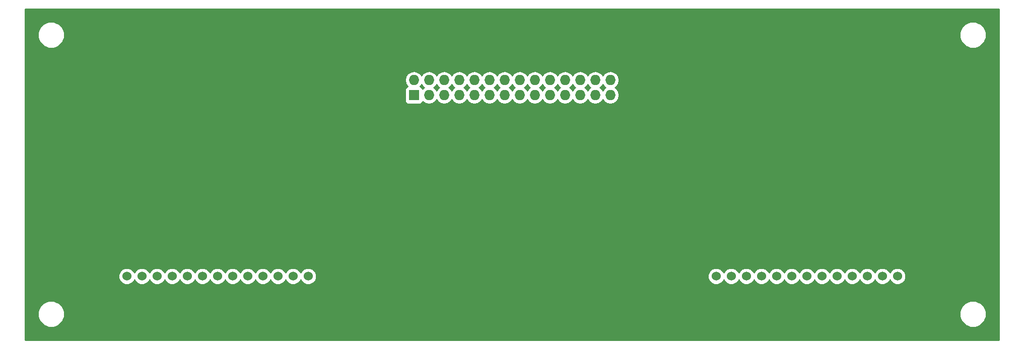
<source format=gtl>
G04 #@! TF.FileFunction,Copper,L1,Top,Signal*
%FSLAX46Y46*%
G04 Gerber Fmt 4.6, Leading zero omitted, Abs format (unit mm)*
G04 Created by KiCad (PCBNEW 4.0.4-stable) date 11/06/16 19:23:54*
%MOMM*%
%LPD*%
G01*
G04 APERTURE LIST*
%ADD10C,0.100000*%
%ADD11C,1.524000*%
%ADD12R,1.727200X1.727200*%
%ADD13O,1.727200X1.727200*%
%ADD14C,0.254000*%
G04 APERTURE END LIST*
D10*
D11*
X83820000Y-121920000D03*
X86360000Y-121920000D03*
X88900000Y-121920000D03*
X91440000Y-121920000D03*
X93980000Y-121920000D03*
X96520000Y-121920000D03*
X99060000Y-121920000D03*
X101600000Y-121920000D03*
X104140000Y-121920000D03*
X106680000Y-121920000D03*
X109220000Y-121920000D03*
X111760000Y-121920000D03*
X114300000Y-121920000D03*
X182880000Y-121920000D03*
X185420000Y-121920000D03*
X187960000Y-121920000D03*
X190500000Y-121920000D03*
X193040000Y-121920000D03*
X195580000Y-121920000D03*
X198120000Y-121920000D03*
X200660000Y-121920000D03*
X203200000Y-121920000D03*
X205740000Y-121920000D03*
X208280000Y-121920000D03*
X210820000Y-121920000D03*
X213360000Y-121920000D03*
D12*
X132080000Y-91440000D03*
D13*
X132080000Y-88900000D03*
X134620000Y-91440000D03*
X134620000Y-88900000D03*
X137160000Y-91440000D03*
X137160000Y-88900000D03*
X139700000Y-91440000D03*
X139700000Y-88900000D03*
X142240000Y-91440000D03*
X142240000Y-88900000D03*
X144780000Y-91440000D03*
X144780000Y-88900000D03*
X147320000Y-91440000D03*
X147320000Y-88900000D03*
X149860000Y-91440000D03*
X149860000Y-88900000D03*
X152400000Y-91440000D03*
X152400000Y-88900000D03*
X154940000Y-91440000D03*
X154940000Y-88900000D03*
X157480000Y-91440000D03*
X157480000Y-88900000D03*
X160020000Y-91440000D03*
X160020000Y-88900000D03*
X162560000Y-91440000D03*
X162560000Y-88900000D03*
X165100000Y-91440000D03*
X165100000Y-88900000D03*
D14*
G36*
X230430000Y-132640000D02*
X66750000Y-132640000D01*
X66750000Y-127862346D01*
X68877974Y-127862346D01*
X68884984Y-128287425D01*
X68884613Y-128712619D01*
X68892303Y-128731230D01*
X68892635Y-128751363D01*
X69204640Y-129504610D01*
X69213845Y-129509420D01*
X69224155Y-129534372D01*
X69852321Y-130163636D01*
X69880057Y-130175153D01*
X69885390Y-130185360D01*
X70280797Y-130341554D01*
X70673481Y-130504611D01*
X70693619Y-130504629D01*
X70712346Y-130512026D01*
X71137425Y-130505016D01*
X71562619Y-130505387D01*
X71581230Y-130497697D01*
X71601363Y-130497365D01*
X72354610Y-130185360D01*
X72359420Y-130176155D01*
X72384372Y-130165845D01*
X73013636Y-129537679D01*
X73025153Y-129509943D01*
X73035360Y-129504610D01*
X73191554Y-129109203D01*
X73354611Y-128716519D01*
X73354629Y-128696381D01*
X73362026Y-128677654D01*
X73355016Y-128252575D01*
X73355356Y-127862346D01*
X223817974Y-127862346D01*
X223824984Y-128287425D01*
X223824613Y-128712619D01*
X223832303Y-128731230D01*
X223832635Y-128751363D01*
X224144640Y-129504610D01*
X224153845Y-129509420D01*
X224164155Y-129534372D01*
X224792321Y-130163636D01*
X224820057Y-130175153D01*
X224825390Y-130185360D01*
X225220797Y-130341554D01*
X225613481Y-130504611D01*
X225633619Y-130504629D01*
X225652346Y-130512026D01*
X226077425Y-130505016D01*
X226502619Y-130505387D01*
X226521230Y-130497697D01*
X226541363Y-130497365D01*
X227294610Y-130185360D01*
X227299420Y-130176155D01*
X227324372Y-130165845D01*
X227953636Y-129537679D01*
X227965153Y-129509943D01*
X227975360Y-129504610D01*
X228131554Y-129109203D01*
X228294611Y-128716519D01*
X228294629Y-128696381D01*
X228302026Y-128677654D01*
X228295016Y-128252575D01*
X228295387Y-127827381D01*
X228287697Y-127808770D01*
X228287365Y-127788637D01*
X227975360Y-127035390D01*
X227966155Y-127030580D01*
X227955845Y-127005628D01*
X227327679Y-126376364D01*
X227299943Y-126364847D01*
X227294610Y-126354640D01*
X226899203Y-126198446D01*
X226506519Y-126035389D01*
X226486381Y-126035371D01*
X226467654Y-126027974D01*
X226042575Y-126034984D01*
X225617381Y-126034613D01*
X225598770Y-126042303D01*
X225578637Y-126042635D01*
X224825390Y-126354640D01*
X224820580Y-126363845D01*
X224795628Y-126374155D01*
X224166364Y-127002321D01*
X224154847Y-127030057D01*
X224144640Y-127035390D01*
X223988446Y-127430797D01*
X223825389Y-127823481D01*
X223825371Y-127843619D01*
X223817974Y-127862346D01*
X73355356Y-127862346D01*
X73355387Y-127827381D01*
X73347697Y-127808770D01*
X73347365Y-127788637D01*
X73035360Y-127035390D01*
X73026155Y-127030580D01*
X73015845Y-127005628D01*
X72387679Y-126376364D01*
X72359943Y-126364847D01*
X72354610Y-126354640D01*
X71959203Y-126198446D01*
X71566519Y-126035389D01*
X71546381Y-126035371D01*
X71527654Y-126027974D01*
X71102575Y-126034984D01*
X70677381Y-126034613D01*
X70658770Y-126042303D01*
X70638637Y-126042635D01*
X69885390Y-126354640D01*
X69880580Y-126363845D01*
X69855628Y-126374155D01*
X69226364Y-127002321D01*
X69214847Y-127030057D01*
X69204640Y-127035390D01*
X69048446Y-127430797D01*
X68885389Y-127823481D01*
X68885371Y-127843619D01*
X68877974Y-127862346D01*
X66750000Y-127862346D01*
X66750000Y-122196661D01*
X82422758Y-122196661D01*
X82634990Y-122710303D01*
X83027630Y-123103629D01*
X83540900Y-123316757D01*
X84096661Y-123317242D01*
X84610303Y-123105010D01*
X85003629Y-122712370D01*
X85089949Y-122504488D01*
X85174990Y-122710303D01*
X85567630Y-123103629D01*
X86080900Y-123316757D01*
X86636661Y-123317242D01*
X87150303Y-123105010D01*
X87543629Y-122712370D01*
X87629949Y-122504488D01*
X87714990Y-122710303D01*
X88107630Y-123103629D01*
X88620900Y-123316757D01*
X89176661Y-123317242D01*
X89690303Y-123105010D01*
X90083629Y-122712370D01*
X90169949Y-122504488D01*
X90254990Y-122710303D01*
X90647630Y-123103629D01*
X91160900Y-123316757D01*
X91716661Y-123317242D01*
X92230303Y-123105010D01*
X92623629Y-122712370D01*
X92709949Y-122504488D01*
X92794990Y-122710303D01*
X93187630Y-123103629D01*
X93700900Y-123316757D01*
X94256661Y-123317242D01*
X94770303Y-123105010D01*
X95163629Y-122712370D01*
X95249949Y-122504488D01*
X95334990Y-122710303D01*
X95727630Y-123103629D01*
X96240900Y-123316757D01*
X96796661Y-123317242D01*
X97310303Y-123105010D01*
X97703629Y-122712370D01*
X97789949Y-122504488D01*
X97874990Y-122710303D01*
X98267630Y-123103629D01*
X98780900Y-123316757D01*
X99336661Y-123317242D01*
X99850303Y-123105010D01*
X100243629Y-122712370D01*
X100329949Y-122504488D01*
X100414990Y-122710303D01*
X100807630Y-123103629D01*
X101320900Y-123316757D01*
X101876661Y-123317242D01*
X102390303Y-123105010D01*
X102783629Y-122712370D01*
X102869949Y-122504488D01*
X102954990Y-122710303D01*
X103347630Y-123103629D01*
X103860900Y-123316757D01*
X104416661Y-123317242D01*
X104930303Y-123105010D01*
X105323629Y-122712370D01*
X105409949Y-122504488D01*
X105494990Y-122710303D01*
X105887630Y-123103629D01*
X106400900Y-123316757D01*
X106956661Y-123317242D01*
X107470303Y-123105010D01*
X107863629Y-122712370D01*
X107949949Y-122504488D01*
X108034990Y-122710303D01*
X108427630Y-123103629D01*
X108940900Y-123316757D01*
X109496661Y-123317242D01*
X110010303Y-123105010D01*
X110403629Y-122712370D01*
X110489949Y-122504488D01*
X110574990Y-122710303D01*
X110967630Y-123103629D01*
X111480900Y-123316757D01*
X112036661Y-123317242D01*
X112550303Y-123105010D01*
X112943629Y-122712370D01*
X113029949Y-122504488D01*
X113114990Y-122710303D01*
X113507630Y-123103629D01*
X114020900Y-123316757D01*
X114576661Y-123317242D01*
X115090303Y-123105010D01*
X115483629Y-122712370D01*
X115696757Y-122199100D01*
X115696759Y-122196661D01*
X181482758Y-122196661D01*
X181694990Y-122710303D01*
X182087630Y-123103629D01*
X182600900Y-123316757D01*
X183156661Y-123317242D01*
X183670303Y-123105010D01*
X184063629Y-122712370D01*
X184149949Y-122504488D01*
X184234990Y-122710303D01*
X184627630Y-123103629D01*
X185140900Y-123316757D01*
X185696661Y-123317242D01*
X186210303Y-123105010D01*
X186603629Y-122712370D01*
X186689949Y-122504488D01*
X186774990Y-122710303D01*
X187167630Y-123103629D01*
X187680900Y-123316757D01*
X188236661Y-123317242D01*
X188750303Y-123105010D01*
X189143629Y-122712370D01*
X189229949Y-122504488D01*
X189314990Y-122710303D01*
X189707630Y-123103629D01*
X190220900Y-123316757D01*
X190776661Y-123317242D01*
X191290303Y-123105010D01*
X191683629Y-122712370D01*
X191769949Y-122504488D01*
X191854990Y-122710303D01*
X192247630Y-123103629D01*
X192760900Y-123316757D01*
X193316661Y-123317242D01*
X193830303Y-123105010D01*
X194223629Y-122712370D01*
X194309949Y-122504488D01*
X194394990Y-122710303D01*
X194787630Y-123103629D01*
X195300900Y-123316757D01*
X195856661Y-123317242D01*
X196370303Y-123105010D01*
X196763629Y-122712370D01*
X196849949Y-122504488D01*
X196934990Y-122710303D01*
X197327630Y-123103629D01*
X197840900Y-123316757D01*
X198396661Y-123317242D01*
X198910303Y-123105010D01*
X199303629Y-122712370D01*
X199389949Y-122504488D01*
X199474990Y-122710303D01*
X199867630Y-123103629D01*
X200380900Y-123316757D01*
X200936661Y-123317242D01*
X201450303Y-123105010D01*
X201843629Y-122712370D01*
X201929949Y-122504488D01*
X202014990Y-122710303D01*
X202407630Y-123103629D01*
X202920900Y-123316757D01*
X203476661Y-123317242D01*
X203990303Y-123105010D01*
X204383629Y-122712370D01*
X204469949Y-122504488D01*
X204554990Y-122710303D01*
X204947630Y-123103629D01*
X205460900Y-123316757D01*
X206016661Y-123317242D01*
X206530303Y-123105010D01*
X206923629Y-122712370D01*
X207009949Y-122504488D01*
X207094990Y-122710303D01*
X207487630Y-123103629D01*
X208000900Y-123316757D01*
X208556661Y-123317242D01*
X209070303Y-123105010D01*
X209463629Y-122712370D01*
X209549949Y-122504488D01*
X209634990Y-122710303D01*
X210027630Y-123103629D01*
X210540900Y-123316757D01*
X211096661Y-123317242D01*
X211610303Y-123105010D01*
X212003629Y-122712370D01*
X212089949Y-122504488D01*
X212174990Y-122710303D01*
X212567630Y-123103629D01*
X213080900Y-123316757D01*
X213636661Y-123317242D01*
X214150303Y-123105010D01*
X214543629Y-122712370D01*
X214756757Y-122199100D01*
X214757242Y-121643339D01*
X214545010Y-121129697D01*
X214152370Y-120736371D01*
X213639100Y-120523243D01*
X213083339Y-120522758D01*
X212569697Y-120734990D01*
X212176371Y-121127630D01*
X212090051Y-121335512D01*
X212005010Y-121129697D01*
X211612370Y-120736371D01*
X211099100Y-120523243D01*
X210543339Y-120522758D01*
X210029697Y-120734990D01*
X209636371Y-121127630D01*
X209550051Y-121335512D01*
X209465010Y-121129697D01*
X209072370Y-120736371D01*
X208559100Y-120523243D01*
X208003339Y-120522758D01*
X207489697Y-120734990D01*
X207096371Y-121127630D01*
X207010051Y-121335512D01*
X206925010Y-121129697D01*
X206532370Y-120736371D01*
X206019100Y-120523243D01*
X205463339Y-120522758D01*
X204949697Y-120734990D01*
X204556371Y-121127630D01*
X204470051Y-121335512D01*
X204385010Y-121129697D01*
X203992370Y-120736371D01*
X203479100Y-120523243D01*
X202923339Y-120522758D01*
X202409697Y-120734990D01*
X202016371Y-121127630D01*
X201930051Y-121335512D01*
X201845010Y-121129697D01*
X201452370Y-120736371D01*
X200939100Y-120523243D01*
X200383339Y-120522758D01*
X199869697Y-120734990D01*
X199476371Y-121127630D01*
X199390051Y-121335512D01*
X199305010Y-121129697D01*
X198912370Y-120736371D01*
X198399100Y-120523243D01*
X197843339Y-120522758D01*
X197329697Y-120734990D01*
X196936371Y-121127630D01*
X196850051Y-121335512D01*
X196765010Y-121129697D01*
X196372370Y-120736371D01*
X195859100Y-120523243D01*
X195303339Y-120522758D01*
X194789697Y-120734990D01*
X194396371Y-121127630D01*
X194310051Y-121335512D01*
X194225010Y-121129697D01*
X193832370Y-120736371D01*
X193319100Y-120523243D01*
X192763339Y-120522758D01*
X192249697Y-120734990D01*
X191856371Y-121127630D01*
X191770051Y-121335512D01*
X191685010Y-121129697D01*
X191292370Y-120736371D01*
X190779100Y-120523243D01*
X190223339Y-120522758D01*
X189709697Y-120734990D01*
X189316371Y-121127630D01*
X189230051Y-121335512D01*
X189145010Y-121129697D01*
X188752370Y-120736371D01*
X188239100Y-120523243D01*
X187683339Y-120522758D01*
X187169697Y-120734990D01*
X186776371Y-121127630D01*
X186690051Y-121335512D01*
X186605010Y-121129697D01*
X186212370Y-120736371D01*
X185699100Y-120523243D01*
X185143339Y-120522758D01*
X184629697Y-120734990D01*
X184236371Y-121127630D01*
X184150051Y-121335512D01*
X184065010Y-121129697D01*
X183672370Y-120736371D01*
X183159100Y-120523243D01*
X182603339Y-120522758D01*
X182089697Y-120734990D01*
X181696371Y-121127630D01*
X181483243Y-121640900D01*
X181482758Y-122196661D01*
X115696759Y-122196661D01*
X115697242Y-121643339D01*
X115485010Y-121129697D01*
X115092370Y-120736371D01*
X114579100Y-120523243D01*
X114023339Y-120522758D01*
X113509697Y-120734990D01*
X113116371Y-121127630D01*
X113030051Y-121335512D01*
X112945010Y-121129697D01*
X112552370Y-120736371D01*
X112039100Y-120523243D01*
X111483339Y-120522758D01*
X110969697Y-120734990D01*
X110576371Y-121127630D01*
X110490051Y-121335512D01*
X110405010Y-121129697D01*
X110012370Y-120736371D01*
X109499100Y-120523243D01*
X108943339Y-120522758D01*
X108429697Y-120734990D01*
X108036371Y-121127630D01*
X107950051Y-121335512D01*
X107865010Y-121129697D01*
X107472370Y-120736371D01*
X106959100Y-120523243D01*
X106403339Y-120522758D01*
X105889697Y-120734990D01*
X105496371Y-121127630D01*
X105410051Y-121335512D01*
X105325010Y-121129697D01*
X104932370Y-120736371D01*
X104419100Y-120523243D01*
X103863339Y-120522758D01*
X103349697Y-120734990D01*
X102956371Y-121127630D01*
X102870051Y-121335512D01*
X102785010Y-121129697D01*
X102392370Y-120736371D01*
X101879100Y-120523243D01*
X101323339Y-120522758D01*
X100809697Y-120734990D01*
X100416371Y-121127630D01*
X100330051Y-121335512D01*
X100245010Y-121129697D01*
X99852370Y-120736371D01*
X99339100Y-120523243D01*
X98783339Y-120522758D01*
X98269697Y-120734990D01*
X97876371Y-121127630D01*
X97790051Y-121335512D01*
X97705010Y-121129697D01*
X97312370Y-120736371D01*
X96799100Y-120523243D01*
X96243339Y-120522758D01*
X95729697Y-120734990D01*
X95336371Y-121127630D01*
X95250051Y-121335512D01*
X95165010Y-121129697D01*
X94772370Y-120736371D01*
X94259100Y-120523243D01*
X93703339Y-120522758D01*
X93189697Y-120734990D01*
X92796371Y-121127630D01*
X92710051Y-121335512D01*
X92625010Y-121129697D01*
X92232370Y-120736371D01*
X91719100Y-120523243D01*
X91163339Y-120522758D01*
X90649697Y-120734990D01*
X90256371Y-121127630D01*
X90170051Y-121335512D01*
X90085010Y-121129697D01*
X89692370Y-120736371D01*
X89179100Y-120523243D01*
X88623339Y-120522758D01*
X88109697Y-120734990D01*
X87716371Y-121127630D01*
X87630051Y-121335512D01*
X87545010Y-121129697D01*
X87152370Y-120736371D01*
X86639100Y-120523243D01*
X86083339Y-120522758D01*
X85569697Y-120734990D01*
X85176371Y-121127630D01*
X85090051Y-121335512D01*
X85005010Y-121129697D01*
X84612370Y-120736371D01*
X84099100Y-120523243D01*
X83543339Y-120522758D01*
X83029697Y-120734990D01*
X82636371Y-121127630D01*
X82423243Y-121640900D01*
X82422758Y-122196661D01*
X66750000Y-122196661D01*
X66750000Y-90576400D01*
X130568960Y-90576400D01*
X130568960Y-92303600D01*
X130613238Y-92538917D01*
X130752310Y-92755041D01*
X130964510Y-92900031D01*
X131216400Y-92951040D01*
X132943600Y-92951040D01*
X133178917Y-92906762D01*
X133395041Y-92767690D01*
X133540031Y-92555490D01*
X133548864Y-92511869D01*
X133560330Y-92529029D01*
X134046511Y-92853885D01*
X134620000Y-92967959D01*
X135193489Y-92853885D01*
X135679670Y-92529029D01*
X135890000Y-92214248D01*
X136100330Y-92529029D01*
X136586511Y-92853885D01*
X137160000Y-92967959D01*
X137733489Y-92853885D01*
X138219670Y-92529029D01*
X138430000Y-92214248D01*
X138640330Y-92529029D01*
X139126511Y-92853885D01*
X139700000Y-92967959D01*
X140273489Y-92853885D01*
X140759670Y-92529029D01*
X140970000Y-92214248D01*
X141180330Y-92529029D01*
X141666511Y-92853885D01*
X142240000Y-92967959D01*
X142813489Y-92853885D01*
X143299670Y-92529029D01*
X143510000Y-92214248D01*
X143720330Y-92529029D01*
X144206511Y-92853885D01*
X144780000Y-92967959D01*
X145353489Y-92853885D01*
X145839670Y-92529029D01*
X146050000Y-92214248D01*
X146260330Y-92529029D01*
X146746511Y-92853885D01*
X147320000Y-92967959D01*
X147893489Y-92853885D01*
X148379670Y-92529029D01*
X148590000Y-92214248D01*
X148800330Y-92529029D01*
X149286511Y-92853885D01*
X149860000Y-92967959D01*
X150433489Y-92853885D01*
X150919670Y-92529029D01*
X151130000Y-92214248D01*
X151340330Y-92529029D01*
X151826511Y-92853885D01*
X152400000Y-92967959D01*
X152973489Y-92853885D01*
X153459670Y-92529029D01*
X153670000Y-92214248D01*
X153880330Y-92529029D01*
X154366511Y-92853885D01*
X154940000Y-92967959D01*
X155513489Y-92853885D01*
X155999670Y-92529029D01*
X156210000Y-92214248D01*
X156420330Y-92529029D01*
X156906511Y-92853885D01*
X157480000Y-92967959D01*
X158053489Y-92853885D01*
X158539670Y-92529029D01*
X158750000Y-92214248D01*
X158960330Y-92529029D01*
X159446511Y-92853885D01*
X160020000Y-92967959D01*
X160593489Y-92853885D01*
X161079670Y-92529029D01*
X161290000Y-92214248D01*
X161500330Y-92529029D01*
X161986511Y-92853885D01*
X162560000Y-92967959D01*
X163133489Y-92853885D01*
X163619670Y-92529029D01*
X163830000Y-92214248D01*
X164040330Y-92529029D01*
X164526511Y-92853885D01*
X165100000Y-92967959D01*
X165673489Y-92853885D01*
X166159670Y-92529029D01*
X166484526Y-92042848D01*
X166598600Y-91469359D01*
X166598600Y-91410641D01*
X166484526Y-90837152D01*
X166159670Y-90350971D01*
X165888828Y-90170000D01*
X166159670Y-89989029D01*
X166484526Y-89502848D01*
X166598600Y-88929359D01*
X166598600Y-88870641D01*
X166484526Y-88297152D01*
X166159670Y-87810971D01*
X165673489Y-87486115D01*
X165100000Y-87372041D01*
X164526511Y-87486115D01*
X164040330Y-87810971D01*
X163830000Y-88125752D01*
X163619670Y-87810971D01*
X163133489Y-87486115D01*
X162560000Y-87372041D01*
X161986511Y-87486115D01*
X161500330Y-87810971D01*
X161290000Y-88125752D01*
X161079670Y-87810971D01*
X160593489Y-87486115D01*
X160020000Y-87372041D01*
X159446511Y-87486115D01*
X158960330Y-87810971D01*
X158750000Y-88125752D01*
X158539670Y-87810971D01*
X158053489Y-87486115D01*
X157480000Y-87372041D01*
X156906511Y-87486115D01*
X156420330Y-87810971D01*
X156210000Y-88125752D01*
X155999670Y-87810971D01*
X155513489Y-87486115D01*
X154940000Y-87372041D01*
X154366511Y-87486115D01*
X153880330Y-87810971D01*
X153670000Y-88125752D01*
X153459670Y-87810971D01*
X152973489Y-87486115D01*
X152400000Y-87372041D01*
X151826511Y-87486115D01*
X151340330Y-87810971D01*
X151130000Y-88125752D01*
X150919670Y-87810971D01*
X150433489Y-87486115D01*
X149860000Y-87372041D01*
X149286511Y-87486115D01*
X148800330Y-87810971D01*
X148590000Y-88125752D01*
X148379670Y-87810971D01*
X147893489Y-87486115D01*
X147320000Y-87372041D01*
X146746511Y-87486115D01*
X146260330Y-87810971D01*
X146050000Y-88125752D01*
X145839670Y-87810971D01*
X145353489Y-87486115D01*
X144780000Y-87372041D01*
X144206511Y-87486115D01*
X143720330Y-87810971D01*
X143510000Y-88125752D01*
X143299670Y-87810971D01*
X142813489Y-87486115D01*
X142240000Y-87372041D01*
X141666511Y-87486115D01*
X141180330Y-87810971D01*
X140970000Y-88125752D01*
X140759670Y-87810971D01*
X140273489Y-87486115D01*
X139700000Y-87372041D01*
X139126511Y-87486115D01*
X138640330Y-87810971D01*
X138430000Y-88125752D01*
X138219670Y-87810971D01*
X137733489Y-87486115D01*
X137160000Y-87372041D01*
X136586511Y-87486115D01*
X136100330Y-87810971D01*
X135890000Y-88125752D01*
X135679670Y-87810971D01*
X135193489Y-87486115D01*
X134620000Y-87372041D01*
X134046511Y-87486115D01*
X133560330Y-87810971D01*
X133350000Y-88125752D01*
X133139670Y-87810971D01*
X132653489Y-87486115D01*
X132080000Y-87372041D01*
X131506511Y-87486115D01*
X131020330Y-87810971D01*
X130695474Y-88297152D01*
X130581400Y-88870641D01*
X130581400Y-88929359D01*
X130695474Y-89502848D01*
X131006574Y-89968442D01*
X130981083Y-89973238D01*
X130764959Y-90112310D01*
X130619969Y-90324510D01*
X130568960Y-90576400D01*
X66750000Y-90576400D01*
X66750000Y-80872346D01*
X68877974Y-80872346D01*
X68884984Y-81297425D01*
X68884613Y-81722619D01*
X68892303Y-81741230D01*
X68892635Y-81761363D01*
X69204640Y-82514610D01*
X69213845Y-82519420D01*
X69224155Y-82544372D01*
X69852321Y-83173636D01*
X69880057Y-83185153D01*
X69885390Y-83195360D01*
X70280797Y-83351554D01*
X70673481Y-83514611D01*
X70693619Y-83514629D01*
X70712346Y-83522026D01*
X71137425Y-83515016D01*
X71562619Y-83515387D01*
X71581230Y-83507697D01*
X71601363Y-83507365D01*
X72354610Y-83195360D01*
X72359420Y-83186155D01*
X72384372Y-83175845D01*
X73013636Y-82547679D01*
X73025153Y-82519943D01*
X73035360Y-82514610D01*
X73191554Y-82119203D01*
X73354611Y-81726519D01*
X73354629Y-81706381D01*
X73362026Y-81687654D01*
X73355016Y-81262575D01*
X73355356Y-80872346D01*
X223817974Y-80872346D01*
X223824984Y-81297425D01*
X223824613Y-81722619D01*
X223832303Y-81741230D01*
X223832635Y-81761363D01*
X224144640Y-82514610D01*
X224153845Y-82519420D01*
X224164155Y-82544372D01*
X224792321Y-83173636D01*
X224820057Y-83185153D01*
X224825390Y-83195360D01*
X225220797Y-83351554D01*
X225613481Y-83514611D01*
X225633619Y-83514629D01*
X225652346Y-83522026D01*
X226077425Y-83515016D01*
X226502619Y-83515387D01*
X226521230Y-83507697D01*
X226541363Y-83507365D01*
X227294610Y-83195360D01*
X227299420Y-83186155D01*
X227324372Y-83175845D01*
X227953636Y-82547679D01*
X227965153Y-82519943D01*
X227975360Y-82514610D01*
X228131554Y-82119203D01*
X228294611Y-81726519D01*
X228294629Y-81706381D01*
X228302026Y-81687654D01*
X228295016Y-81262575D01*
X228295387Y-80837381D01*
X228287697Y-80818770D01*
X228287365Y-80798637D01*
X227975360Y-80045390D01*
X227966155Y-80040580D01*
X227955845Y-80015628D01*
X227327679Y-79386364D01*
X227299943Y-79374847D01*
X227294610Y-79364640D01*
X226899203Y-79208446D01*
X226506519Y-79045389D01*
X226486381Y-79045371D01*
X226467654Y-79037974D01*
X226042575Y-79044984D01*
X225617381Y-79044613D01*
X225598770Y-79052303D01*
X225578637Y-79052635D01*
X224825390Y-79364640D01*
X224820580Y-79373845D01*
X224795628Y-79384155D01*
X224166364Y-80012321D01*
X224154847Y-80040057D01*
X224144640Y-80045390D01*
X223988446Y-80440797D01*
X223825389Y-80833481D01*
X223825371Y-80853619D01*
X223817974Y-80872346D01*
X73355356Y-80872346D01*
X73355387Y-80837381D01*
X73347697Y-80818770D01*
X73347365Y-80798637D01*
X73035360Y-80045390D01*
X73026155Y-80040580D01*
X73015845Y-80015628D01*
X72387679Y-79386364D01*
X72359943Y-79374847D01*
X72354610Y-79364640D01*
X71959203Y-79208446D01*
X71566519Y-79045389D01*
X71546381Y-79045371D01*
X71527654Y-79037974D01*
X71102575Y-79044984D01*
X70677381Y-79044613D01*
X70658770Y-79052303D01*
X70638637Y-79052635D01*
X69885390Y-79364640D01*
X69880580Y-79373845D01*
X69855628Y-79384155D01*
X69226364Y-80012321D01*
X69214847Y-80040057D01*
X69204640Y-80045390D01*
X69048446Y-80440797D01*
X68885389Y-80833481D01*
X68885371Y-80853619D01*
X68877974Y-80872346D01*
X66750000Y-80872346D01*
X66750000Y-76910000D01*
X230430000Y-76910000D01*
X230430000Y-132640000D01*
X230430000Y-132640000D01*
G37*
X230430000Y-132640000D02*
X66750000Y-132640000D01*
X66750000Y-127862346D01*
X68877974Y-127862346D01*
X68884984Y-128287425D01*
X68884613Y-128712619D01*
X68892303Y-128731230D01*
X68892635Y-128751363D01*
X69204640Y-129504610D01*
X69213845Y-129509420D01*
X69224155Y-129534372D01*
X69852321Y-130163636D01*
X69880057Y-130175153D01*
X69885390Y-130185360D01*
X70280797Y-130341554D01*
X70673481Y-130504611D01*
X70693619Y-130504629D01*
X70712346Y-130512026D01*
X71137425Y-130505016D01*
X71562619Y-130505387D01*
X71581230Y-130497697D01*
X71601363Y-130497365D01*
X72354610Y-130185360D01*
X72359420Y-130176155D01*
X72384372Y-130165845D01*
X73013636Y-129537679D01*
X73025153Y-129509943D01*
X73035360Y-129504610D01*
X73191554Y-129109203D01*
X73354611Y-128716519D01*
X73354629Y-128696381D01*
X73362026Y-128677654D01*
X73355016Y-128252575D01*
X73355356Y-127862346D01*
X223817974Y-127862346D01*
X223824984Y-128287425D01*
X223824613Y-128712619D01*
X223832303Y-128731230D01*
X223832635Y-128751363D01*
X224144640Y-129504610D01*
X224153845Y-129509420D01*
X224164155Y-129534372D01*
X224792321Y-130163636D01*
X224820057Y-130175153D01*
X224825390Y-130185360D01*
X225220797Y-130341554D01*
X225613481Y-130504611D01*
X225633619Y-130504629D01*
X225652346Y-130512026D01*
X226077425Y-130505016D01*
X226502619Y-130505387D01*
X226521230Y-130497697D01*
X226541363Y-130497365D01*
X227294610Y-130185360D01*
X227299420Y-130176155D01*
X227324372Y-130165845D01*
X227953636Y-129537679D01*
X227965153Y-129509943D01*
X227975360Y-129504610D01*
X228131554Y-129109203D01*
X228294611Y-128716519D01*
X228294629Y-128696381D01*
X228302026Y-128677654D01*
X228295016Y-128252575D01*
X228295387Y-127827381D01*
X228287697Y-127808770D01*
X228287365Y-127788637D01*
X227975360Y-127035390D01*
X227966155Y-127030580D01*
X227955845Y-127005628D01*
X227327679Y-126376364D01*
X227299943Y-126364847D01*
X227294610Y-126354640D01*
X226899203Y-126198446D01*
X226506519Y-126035389D01*
X226486381Y-126035371D01*
X226467654Y-126027974D01*
X226042575Y-126034984D01*
X225617381Y-126034613D01*
X225598770Y-126042303D01*
X225578637Y-126042635D01*
X224825390Y-126354640D01*
X224820580Y-126363845D01*
X224795628Y-126374155D01*
X224166364Y-127002321D01*
X224154847Y-127030057D01*
X224144640Y-127035390D01*
X223988446Y-127430797D01*
X223825389Y-127823481D01*
X223825371Y-127843619D01*
X223817974Y-127862346D01*
X73355356Y-127862346D01*
X73355387Y-127827381D01*
X73347697Y-127808770D01*
X73347365Y-127788637D01*
X73035360Y-127035390D01*
X73026155Y-127030580D01*
X73015845Y-127005628D01*
X72387679Y-126376364D01*
X72359943Y-126364847D01*
X72354610Y-126354640D01*
X71959203Y-126198446D01*
X71566519Y-126035389D01*
X71546381Y-126035371D01*
X71527654Y-126027974D01*
X71102575Y-126034984D01*
X70677381Y-126034613D01*
X70658770Y-126042303D01*
X70638637Y-126042635D01*
X69885390Y-126354640D01*
X69880580Y-126363845D01*
X69855628Y-126374155D01*
X69226364Y-127002321D01*
X69214847Y-127030057D01*
X69204640Y-127035390D01*
X69048446Y-127430797D01*
X68885389Y-127823481D01*
X68885371Y-127843619D01*
X68877974Y-127862346D01*
X66750000Y-127862346D01*
X66750000Y-122196661D01*
X82422758Y-122196661D01*
X82634990Y-122710303D01*
X83027630Y-123103629D01*
X83540900Y-123316757D01*
X84096661Y-123317242D01*
X84610303Y-123105010D01*
X85003629Y-122712370D01*
X85089949Y-122504488D01*
X85174990Y-122710303D01*
X85567630Y-123103629D01*
X86080900Y-123316757D01*
X86636661Y-123317242D01*
X87150303Y-123105010D01*
X87543629Y-122712370D01*
X87629949Y-122504488D01*
X87714990Y-122710303D01*
X88107630Y-123103629D01*
X88620900Y-123316757D01*
X89176661Y-123317242D01*
X89690303Y-123105010D01*
X90083629Y-122712370D01*
X90169949Y-122504488D01*
X90254990Y-122710303D01*
X90647630Y-123103629D01*
X91160900Y-123316757D01*
X91716661Y-123317242D01*
X92230303Y-123105010D01*
X92623629Y-122712370D01*
X92709949Y-122504488D01*
X92794990Y-122710303D01*
X93187630Y-123103629D01*
X93700900Y-123316757D01*
X94256661Y-123317242D01*
X94770303Y-123105010D01*
X95163629Y-122712370D01*
X95249949Y-122504488D01*
X95334990Y-122710303D01*
X95727630Y-123103629D01*
X96240900Y-123316757D01*
X96796661Y-123317242D01*
X97310303Y-123105010D01*
X97703629Y-122712370D01*
X97789949Y-122504488D01*
X97874990Y-122710303D01*
X98267630Y-123103629D01*
X98780900Y-123316757D01*
X99336661Y-123317242D01*
X99850303Y-123105010D01*
X100243629Y-122712370D01*
X100329949Y-122504488D01*
X100414990Y-122710303D01*
X100807630Y-123103629D01*
X101320900Y-123316757D01*
X101876661Y-123317242D01*
X102390303Y-123105010D01*
X102783629Y-122712370D01*
X102869949Y-122504488D01*
X102954990Y-122710303D01*
X103347630Y-123103629D01*
X103860900Y-123316757D01*
X104416661Y-123317242D01*
X104930303Y-123105010D01*
X105323629Y-122712370D01*
X105409949Y-122504488D01*
X105494990Y-122710303D01*
X105887630Y-123103629D01*
X106400900Y-123316757D01*
X106956661Y-123317242D01*
X107470303Y-123105010D01*
X107863629Y-122712370D01*
X107949949Y-122504488D01*
X108034990Y-122710303D01*
X108427630Y-123103629D01*
X108940900Y-123316757D01*
X109496661Y-123317242D01*
X110010303Y-123105010D01*
X110403629Y-122712370D01*
X110489949Y-122504488D01*
X110574990Y-122710303D01*
X110967630Y-123103629D01*
X111480900Y-123316757D01*
X112036661Y-123317242D01*
X112550303Y-123105010D01*
X112943629Y-122712370D01*
X113029949Y-122504488D01*
X113114990Y-122710303D01*
X113507630Y-123103629D01*
X114020900Y-123316757D01*
X114576661Y-123317242D01*
X115090303Y-123105010D01*
X115483629Y-122712370D01*
X115696757Y-122199100D01*
X115696759Y-122196661D01*
X181482758Y-122196661D01*
X181694990Y-122710303D01*
X182087630Y-123103629D01*
X182600900Y-123316757D01*
X183156661Y-123317242D01*
X183670303Y-123105010D01*
X184063629Y-122712370D01*
X184149949Y-122504488D01*
X184234990Y-122710303D01*
X184627630Y-123103629D01*
X185140900Y-123316757D01*
X185696661Y-123317242D01*
X186210303Y-123105010D01*
X186603629Y-122712370D01*
X186689949Y-122504488D01*
X186774990Y-122710303D01*
X187167630Y-123103629D01*
X187680900Y-123316757D01*
X188236661Y-123317242D01*
X188750303Y-123105010D01*
X189143629Y-122712370D01*
X189229949Y-122504488D01*
X189314990Y-122710303D01*
X189707630Y-123103629D01*
X190220900Y-123316757D01*
X190776661Y-123317242D01*
X191290303Y-123105010D01*
X191683629Y-122712370D01*
X191769949Y-122504488D01*
X191854990Y-122710303D01*
X192247630Y-123103629D01*
X192760900Y-123316757D01*
X193316661Y-123317242D01*
X193830303Y-123105010D01*
X194223629Y-122712370D01*
X194309949Y-122504488D01*
X194394990Y-122710303D01*
X194787630Y-123103629D01*
X195300900Y-123316757D01*
X195856661Y-123317242D01*
X196370303Y-123105010D01*
X196763629Y-122712370D01*
X196849949Y-122504488D01*
X196934990Y-122710303D01*
X197327630Y-123103629D01*
X197840900Y-123316757D01*
X198396661Y-123317242D01*
X198910303Y-123105010D01*
X199303629Y-122712370D01*
X199389949Y-122504488D01*
X199474990Y-122710303D01*
X199867630Y-123103629D01*
X200380900Y-123316757D01*
X200936661Y-123317242D01*
X201450303Y-123105010D01*
X201843629Y-122712370D01*
X201929949Y-122504488D01*
X202014990Y-122710303D01*
X202407630Y-123103629D01*
X202920900Y-123316757D01*
X203476661Y-123317242D01*
X203990303Y-123105010D01*
X204383629Y-122712370D01*
X204469949Y-122504488D01*
X204554990Y-122710303D01*
X204947630Y-123103629D01*
X205460900Y-123316757D01*
X206016661Y-123317242D01*
X206530303Y-123105010D01*
X206923629Y-122712370D01*
X207009949Y-122504488D01*
X207094990Y-122710303D01*
X207487630Y-123103629D01*
X208000900Y-123316757D01*
X208556661Y-123317242D01*
X209070303Y-123105010D01*
X209463629Y-122712370D01*
X209549949Y-122504488D01*
X209634990Y-122710303D01*
X210027630Y-123103629D01*
X210540900Y-123316757D01*
X211096661Y-123317242D01*
X211610303Y-123105010D01*
X212003629Y-122712370D01*
X212089949Y-122504488D01*
X212174990Y-122710303D01*
X212567630Y-123103629D01*
X213080900Y-123316757D01*
X213636661Y-123317242D01*
X214150303Y-123105010D01*
X214543629Y-122712370D01*
X214756757Y-122199100D01*
X214757242Y-121643339D01*
X214545010Y-121129697D01*
X214152370Y-120736371D01*
X213639100Y-120523243D01*
X213083339Y-120522758D01*
X212569697Y-120734990D01*
X212176371Y-121127630D01*
X212090051Y-121335512D01*
X212005010Y-121129697D01*
X211612370Y-120736371D01*
X211099100Y-120523243D01*
X210543339Y-120522758D01*
X210029697Y-120734990D01*
X209636371Y-121127630D01*
X209550051Y-121335512D01*
X209465010Y-121129697D01*
X209072370Y-120736371D01*
X208559100Y-120523243D01*
X208003339Y-120522758D01*
X207489697Y-120734990D01*
X207096371Y-121127630D01*
X207010051Y-121335512D01*
X206925010Y-121129697D01*
X206532370Y-120736371D01*
X206019100Y-120523243D01*
X205463339Y-120522758D01*
X204949697Y-120734990D01*
X204556371Y-121127630D01*
X204470051Y-121335512D01*
X204385010Y-121129697D01*
X203992370Y-120736371D01*
X203479100Y-120523243D01*
X202923339Y-120522758D01*
X202409697Y-120734990D01*
X202016371Y-121127630D01*
X201930051Y-121335512D01*
X201845010Y-121129697D01*
X201452370Y-120736371D01*
X200939100Y-120523243D01*
X200383339Y-120522758D01*
X199869697Y-120734990D01*
X199476371Y-121127630D01*
X199390051Y-121335512D01*
X199305010Y-121129697D01*
X198912370Y-120736371D01*
X198399100Y-120523243D01*
X197843339Y-120522758D01*
X197329697Y-120734990D01*
X196936371Y-121127630D01*
X196850051Y-121335512D01*
X196765010Y-121129697D01*
X196372370Y-120736371D01*
X195859100Y-120523243D01*
X195303339Y-120522758D01*
X194789697Y-120734990D01*
X194396371Y-121127630D01*
X194310051Y-121335512D01*
X194225010Y-121129697D01*
X193832370Y-120736371D01*
X193319100Y-120523243D01*
X192763339Y-120522758D01*
X192249697Y-120734990D01*
X191856371Y-121127630D01*
X191770051Y-121335512D01*
X191685010Y-121129697D01*
X191292370Y-120736371D01*
X190779100Y-120523243D01*
X190223339Y-120522758D01*
X189709697Y-120734990D01*
X189316371Y-121127630D01*
X189230051Y-121335512D01*
X189145010Y-121129697D01*
X188752370Y-120736371D01*
X188239100Y-120523243D01*
X187683339Y-120522758D01*
X187169697Y-120734990D01*
X186776371Y-121127630D01*
X186690051Y-121335512D01*
X186605010Y-121129697D01*
X186212370Y-120736371D01*
X185699100Y-120523243D01*
X185143339Y-120522758D01*
X184629697Y-120734990D01*
X184236371Y-121127630D01*
X184150051Y-121335512D01*
X184065010Y-121129697D01*
X183672370Y-120736371D01*
X183159100Y-120523243D01*
X182603339Y-120522758D01*
X182089697Y-120734990D01*
X181696371Y-121127630D01*
X181483243Y-121640900D01*
X181482758Y-122196661D01*
X115696759Y-122196661D01*
X115697242Y-121643339D01*
X115485010Y-121129697D01*
X115092370Y-120736371D01*
X114579100Y-120523243D01*
X114023339Y-120522758D01*
X113509697Y-120734990D01*
X113116371Y-121127630D01*
X113030051Y-121335512D01*
X112945010Y-121129697D01*
X112552370Y-120736371D01*
X112039100Y-120523243D01*
X111483339Y-120522758D01*
X110969697Y-120734990D01*
X110576371Y-121127630D01*
X110490051Y-121335512D01*
X110405010Y-121129697D01*
X110012370Y-120736371D01*
X109499100Y-120523243D01*
X108943339Y-120522758D01*
X108429697Y-120734990D01*
X108036371Y-121127630D01*
X107950051Y-121335512D01*
X107865010Y-121129697D01*
X107472370Y-120736371D01*
X106959100Y-120523243D01*
X106403339Y-120522758D01*
X105889697Y-120734990D01*
X105496371Y-121127630D01*
X105410051Y-121335512D01*
X105325010Y-121129697D01*
X104932370Y-120736371D01*
X104419100Y-120523243D01*
X103863339Y-120522758D01*
X103349697Y-120734990D01*
X102956371Y-121127630D01*
X102870051Y-121335512D01*
X102785010Y-121129697D01*
X102392370Y-120736371D01*
X101879100Y-120523243D01*
X101323339Y-120522758D01*
X100809697Y-120734990D01*
X100416371Y-121127630D01*
X100330051Y-121335512D01*
X100245010Y-121129697D01*
X99852370Y-120736371D01*
X99339100Y-120523243D01*
X98783339Y-120522758D01*
X98269697Y-120734990D01*
X97876371Y-121127630D01*
X97790051Y-121335512D01*
X97705010Y-121129697D01*
X97312370Y-120736371D01*
X96799100Y-120523243D01*
X96243339Y-120522758D01*
X95729697Y-120734990D01*
X95336371Y-121127630D01*
X95250051Y-121335512D01*
X95165010Y-121129697D01*
X94772370Y-120736371D01*
X94259100Y-120523243D01*
X93703339Y-120522758D01*
X93189697Y-120734990D01*
X92796371Y-121127630D01*
X92710051Y-121335512D01*
X92625010Y-121129697D01*
X92232370Y-120736371D01*
X91719100Y-120523243D01*
X91163339Y-120522758D01*
X90649697Y-120734990D01*
X90256371Y-121127630D01*
X90170051Y-121335512D01*
X90085010Y-121129697D01*
X89692370Y-120736371D01*
X89179100Y-120523243D01*
X88623339Y-120522758D01*
X88109697Y-120734990D01*
X87716371Y-121127630D01*
X87630051Y-121335512D01*
X87545010Y-121129697D01*
X87152370Y-120736371D01*
X86639100Y-120523243D01*
X86083339Y-120522758D01*
X85569697Y-120734990D01*
X85176371Y-121127630D01*
X85090051Y-121335512D01*
X85005010Y-121129697D01*
X84612370Y-120736371D01*
X84099100Y-120523243D01*
X83543339Y-120522758D01*
X83029697Y-120734990D01*
X82636371Y-121127630D01*
X82423243Y-121640900D01*
X82422758Y-122196661D01*
X66750000Y-122196661D01*
X66750000Y-90576400D01*
X130568960Y-90576400D01*
X130568960Y-92303600D01*
X130613238Y-92538917D01*
X130752310Y-92755041D01*
X130964510Y-92900031D01*
X131216400Y-92951040D01*
X132943600Y-92951040D01*
X133178917Y-92906762D01*
X133395041Y-92767690D01*
X133540031Y-92555490D01*
X133548864Y-92511869D01*
X133560330Y-92529029D01*
X134046511Y-92853885D01*
X134620000Y-92967959D01*
X135193489Y-92853885D01*
X135679670Y-92529029D01*
X135890000Y-92214248D01*
X136100330Y-92529029D01*
X136586511Y-92853885D01*
X137160000Y-92967959D01*
X137733489Y-92853885D01*
X138219670Y-92529029D01*
X138430000Y-92214248D01*
X138640330Y-92529029D01*
X139126511Y-92853885D01*
X139700000Y-92967959D01*
X140273489Y-92853885D01*
X140759670Y-92529029D01*
X140970000Y-92214248D01*
X141180330Y-92529029D01*
X141666511Y-92853885D01*
X142240000Y-92967959D01*
X142813489Y-92853885D01*
X143299670Y-92529029D01*
X143510000Y-92214248D01*
X143720330Y-92529029D01*
X144206511Y-92853885D01*
X144780000Y-92967959D01*
X145353489Y-92853885D01*
X145839670Y-92529029D01*
X146050000Y-92214248D01*
X146260330Y-92529029D01*
X146746511Y-92853885D01*
X147320000Y-92967959D01*
X147893489Y-92853885D01*
X148379670Y-92529029D01*
X148590000Y-92214248D01*
X148800330Y-92529029D01*
X149286511Y-92853885D01*
X149860000Y-92967959D01*
X150433489Y-92853885D01*
X150919670Y-92529029D01*
X151130000Y-92214248D01*
X151340330Y-92529029D01*
X151826511Y-92853885D01*
X152400000Y-92967959D01*
X152973489Y-92853885D01*
X153459670Y-92529029D01*
X153670000Y-92214248D01*
X153880330Y-92529029D01*
X154366511Y-92853885D01*
X154940000Y-92967959D01*
X155513489Y-92853885D01*
X155999670Y-92529029D01*
X156210000Y-92214248D01*
X156420330Y-92529029D01*
X156906511Y-92853885D01*
X157480000Y-92967959D01*
X158053489Y-92853885D01*
X158539670Y-92529029D01*
X158750000Y-92214248D01*
X158960330Y-92529029D01*
X159446511Y-92853885D01*
X160020000Y-92967959D01*
X160593489Y-92853885D01*
X161079670Y-92529029D01*
X161290000Y-92214248D01*
X161500330Y-92529029D01*
X161986511Y-92853885D01*
X162560000Y-92967959D01*
X163133489Y-92853885D01*
X163619670Y-92529029D01*
X163830000Y-92214248D01*
X164040330Y-92529029D01*
X164526511Y-92853885D01*
X165100000Y-92967959D01*
X165673489Y-92853885D01*
X166159670Y-92529029D01*
X166484526Y-92042848D01*
X166598600Y-91469359D01*
X166598600Y-91410641D01*
X166484526Y-90837152D01*
X166159670Y-90350971D01*
X165888828Y-90170000D01*
X166159670Y-89989029D01*
X166484526Y-89502848D01*
X166598600Y-88929359D01*
X166598600Y-88870641D01*
X166484526Y-88297152D01*
X166159670Y-87810971D01*
X165673489Y-87486115D01*
X165100000Y-87372041D01*
X164526511Y-87486115D01*
X164040330Y-87810971D01*
X163830000Y-88125752D01*
X163619670Y-87810971D01*
X163133489Y-87486115D01*
X162560000Y-87372041D01*
X161986511Y-87486115D01*
X161500330Y-87810971D01*
X161290000Y-88125752D01*
X161079670Y-87810971D01*
X160593489Y-87486115D01*
X160020000Y-87372041D01*
X159446511Y-87486115D01*
X158960330Y-87810971D01*
X158750000Y-88125752D01*
X158539670Y-87810971D01*
X158053489Y-87486115D01*
X157480000Y-87372041D01*
X156906511Y-87486115D01*
X156420330Y-87810971D01*
X156210000Y-88125752D01*
X155999670Y-87810971D01*
X155513489Y-87486115D01*
X154940000Y-87372041D01*
X154366511Y-87486115D01*
X153880330Y-87810971D01*
X153670000Y-88125752D01*
X153459670Y-87810971D01*
X152973489Y-87486115D01*
X152400000Y-87372041D01*
X151826511Y-87486115D01*
X151340330Y-87810971D01*
X151130000Y-88125752D01*
X150919670Y-87810971D01*
X150433489Y-87486115D01*
X149860000Y-87372041D01*
X149286511Y-87486115D01*
X148800330Y-87810971D01*
X148590000Y-88125752D01*
X148379670Y-87810971D01*
X147893489Y-87486115D01*
X147320000Y-87372041D01*
X146746511Y-87486115D01*
X146260330Y-87810971D01*
X146050000Y-88125752D01*
X145839670Y-87810971D01*
X145353489Y-87486115D01*
X144780000Y-87372041D01*
X144206511Y-87486115D01*
X143720330Y-87810971D01*
X143510000Y-88125752D01*
X143299670Y-87810971D01*
X142813489Y-87486115D01*
X142240000Y-87372041D01*
X141666511Y-87486115D01*
X141180330Y-87810971D01*
X140970000Y-88125752D01*
X140759670Y-87810971D01*
X140273489Y-87486115D01*
X139700000Y-87372041D01*
X139126511Y-87486115D01*
X138640330Y-87810971D01*
X138430000Y-88125752D01*
X138219670Y-87810971D01*
X137733489Y-87486115D01*
X137160000Y-87372041D01*
X136586511Y-87486115D01*
X136100330Y-87810971D01*
X135890000Y-88125752D01*
X135679670Y-87810971D01*
X135193489Y-87486115D01*
X134620000Y-87372041D01*
X134046511Y-87486115D01*
X133560330Y-87810971D01*
X133350000Y-88125752D01*
X133139670Y-87810971D01*
X132653489Y-87486115D01*
X132080000Y-87372041D01*
X131506511Y-87486115D01*
X131020330Y-87810971D01*
X130695474Y-88297152D01*
X130581400Y-88870641D01*
X130581400Y-88929359D01*
X130695474Y-89502848D01*
X131006574Y-89968442D01*
X130981083Y-89973238D01*
X130764959Y-90112310D01*
X130619969Y-90324510D01*
X130568960Y-90576400D01*
X66750000Y-90576400D01*
X66750000Y-80872346D01*
X68877974Y-80872346D01*
X68884984Y-81297425D01*
X68884613Y-81722619D01*
X68892303Y-81741230D01*
X68892635Y-81761363D01*
X69204640Y-82514610D01*
X69213845Y-82519420D01*
X69224155Y-82544372D01*
X69852321Y-83173636D01*
X69880057Y-83185153D01*
X69885390Y-83195360D01*
X70280797Y-83351554D01*
X70673481Y-83514611D01*
X70693619Y-83514629D01*
X70712346Y-83522026D01*
X71137425Y-83515016D01*
X71562619Y-83515387D01*
X71581230Y-83507697D01*
X71601363Y-83507365D01*
X72354610Y-83195360D01*
X72359420Y-83186155D01*
X72384372Y-83175845D01*
X73013636Y-82547679D01*
X73025153Y-82519943D01*
X73035360Y-82514610D01*
X73191554Y-82119203D01*
X73354611Y-81726519D01*
X73354629Y-81706381D01*
X73362026Y-81687654D01*
X73355016Y-81262575D01*
X73355356Y-80872346D01*
X223817974Y-80872346D01*
X223824984Y-81297425D01*
X223824613Y-81722619D01*
X223832303Y-81741230D01*
X223832635Y-81761363D01*
X224144640Y-82514610D01*
X224153845Y-82519420D01*
X224164155Y-82544372D01*
X224792321Y-83173636D01*
X224820057Y-83185153D01*
X224825390Y-83195360D01*
X225220797Y-83351554D01*
X225613481Y-83514611D01*
X225633619Y-83514629D01*
X225652346Y-83522026D01*
X226077425Y-83515016D01*
X226502619Y-83515387D01*
X226521230Y-83507697D01*
X226541363Y-83507365D01*
X227294610Y-83195360D01*
X227299420Y-83186155D01*
X227324372Y-83175845D01*
X227953636Y-82547679D01*
X227965153Y-82519943D01*
X227975360Y-82514610D01*
X228131554Y-82119203D01*
X228294611Y-81726519D01*
X228294629Y-81706381D01*
X228302026Y-81687654D01*
X228295016Y-81262575D01*
X228295387Y-80837381D01*
X228287697Y-80818770D01*
X228287365Y-80798637D01*
X227975360Y-80045390D01*
X227966155Y-80040580D01*
X227955845Y-80015628D01*
X227327679Y-79386364D01*
X227299943Y-79374847D01*
X227294610Y-79364640D01*
X226899203Y-79208446D01*
X226506519Y-79045389D01*
X226486381Y-79045371D01*
X226467654Y-79037974D01*
X226042575Y-79044984D01*
X225617381Y-79044613D01*
X225598770Y-79052303D01*
X225578637Y-79052635D01*
X224825390Y-79364640D01*
X224820580Y-79373845D01*
X224795628Y-79384155D01*
X224166364Y-80012321D01*
X224154847Y-80040057D01*
X224144640Y-80045390D01*
X223988446Y-80440797D01*
X223825389Y-80833481D01*
X223825371Y-80853619D01*
X223817974Y-80872346D01*
X73355356Y-80872346D01*
X73355387Y-80837381D01*
X73347697Y-80818770D01*
X73347365Y-80798637D01*
X73035360Y-80045390D01*
X73026155Y-80040580D01*
X73015845Y-80015628D01*
X72387679Y-79386364D01*
X72359943Y-79374847D01*
X72354610Y-79364640D01*
X71959203Y-79208446D01*
X71566519Y-79045389D01*
X71546381Y-79045371D01*
X71527654Y-79037974D01*
X71102575Y-79044984D01*
X70677381Y-79044613D01*
X70658770Y-79052303D01*
X70638637Y-79052635D01*
X69885390Y-79364640D01*
X69880580Y-79373845D01*
X69855628Y-79384155D01*
X69226364Y-80012321D01*
X69214847Y-80040057D01*
X69204640Y-80045390D01*
X69048446Y-80440797D01*
X68885389Y-80833481D01*
X68885371Y-80853619D01*
X68877974Y-80872346D01*
X66750000Y-80872346D01*
X66750000Y-76910000D01*
X230430000Y-76910000D01*
X230430000Y-132640000D01*
G36*
X136100330Y-89989029D02*
X136371172Y-90170000D01*
X136100330Y-90350971D01*
X135890000Y-90665752D01*
X135679670Y-90350971D01*
X135408828Y-90170000D01*
X135679670Y-89989029D01*
X135890000Y-89674248D01*
X136100330Y-89989029D01*
X136100330Y-89989029D01*
G37*
X136100330Y-89989029D02*
X136371172Y-90170000D01*
X136100330Y-90350971D01*
X135890000Y-90665752D01*
X135679670Y-90350971D01*
X135408828Y-90170000D01*
X135679670Y-89989029D01*
X135890000Y-89674248D01*
X136100330Y-89989029D01*
G36*
X138640330Y-89989029D02*
X138911172Y-90170000D01*
X138640330Y-90350971D01*
X138430000Y-90665752D01*
X138219670Y-90350971D01*
X137948828Y-90170000D01*
X138219670Y-89989029D01*
X138430000Y-89674248D01*
X138640330Y-89989029D01*
X138640330Y-89989029D01*
G37*
X138640330Y-89989029D02*
X138911172Y-90170000D01*
X138640330Y-90350971D01*
X138430000Y-90665752D01*
X138219670Y-90350971D01*
X137948828Y-90170000D01*
X138219670Y-89989029D01*
X138430000Y-89674248D01*
X138640330Y-89989029D01*
G36*
X141180330Y-89989029D02*
X141451172Y-90170000D01*
X141180330Y-90350971D01*
X140970000Y-90665752D01*
X140759670Y-90350971D01*
X140488828Y-90170000D01*
X140759670Y-89989029D01*
X140970000Y-89674248D01*
X141180330Y-89989029D01*
X141180330Y-89989029D01*
G37*
X141180330Y-89989029D02*
X141451172Y-90170000D01*
X141180330Y-90350971D01*
X140970000Y-90665752D01*
X140759670Y-90350971D01*
X140488828Y-90170000D01*
X140759670Y-89989029D01*
X140970000Y-89674248D01*
X141180330Y-89989029D01*
G36*
X143720330Y-89989029D02*
X143991172Y-90170000D01*
X143720330Y-90350971D01*
X143510000Y-90665752D01*
X143299670Y-90350971D01*
X143028828Y-90170000D01*
X143299670Y-89989029D01*
X143510000Y-89674248D01*
X143720330Y-89989029D01*
X143720330Y-89989029D01*
G37*
X143720330Y-89989029D02*
X143991172Y-90170000D01*
X143720330Y-90350971D01*
X143510000Y-90665752D01*
X143299670Y-90350971D01*
X143028828Y-90170000D01*
X143299670Y-89989029D01*
X143510000Y-89674248D01*
X143720330Y-89989029D01*
G36*
X146260330Y-89989029D02*
X146531172Y-90170000D01*
X146260330Y-90350971D01*
X146050000Y-90665752D01*
X145839670Y-90350971D01*
X145568828Y-90170000D01*
X145839670Y-89989029D01*
X146050000Y-89674248D01*
X146260330Y-89989029D01*
X146260330Y-89989029D01*
G37*
X146260330Y-89989029D02*
X146531172Y-90170000D01*
X146260330Y-90350971D01*
X146050000Y-90665752D01*
X145839670Y-90350971D01*
X145568828Y-90170000D01*
X145839670Y-89989029D01*
X146050000Y-89674248D01*
X146260330Y-89989029D01*
G36*
X148800330Y-89989029D02*
X149071172Y-90170000D01*
X148800330Y-90350971D01*
X148590000Y-90665752D01*
X148379670Y-90350971D01*
X148108828Y-90170000D01*
X148379670Y-89989029D01*
X148590000Y-89674248D01*
X148800330Y-89989029D01*
X148800330Y-89989029D01*
G37*
X148800330Y-89989029D02*
X149071172Y-90170000D01*
X148800330Y-90350971D01*
X148590000Y-90665752D01*
X148379670Y-90350971D01*
X148108828Y-90170000D01*
X148379670Y-89989029D01*
X148590000Y-89674248D01*
X148800330Y-89989029D01*
G36*
X151340330Y-89989029D02*
X151611172Y-90170000D01*
X151340330Y-90350971D01*
X151130000Y-90665752D01*
X150919670Y-90350971D01*
X150648828Y-90170000D01*
X150919670Y-89989029D01*
X151130000Y-89674248D01*
X151340330Y-89989029D01*
X151340330Y-89989029D01*
G37*
X151340330Y-89989029D02*
X151611172Y-90170000D01*
X151340330Y-90350971D01*
X151130000Y-90665752D01*
X150919670Y-90350971D01*
X150648828Y-90170000D01*
X150919670Y-89989029D01*
X151130000Y-89674248D01*
X151340330Y-89989029D01*
G36*
X153880330Y-89989029D02*
X154151172Y-90170000D01*
X153880330Y-90350971D01*
X153670000Y-90665752D01*
X153459670Y-90350971D01*
X153188828Y-90170000D01*
X153459670Y-89989029D01*
X153670000Y-89674248D01*
X153880330Y-89989029D01*
X153880330Y-89989029D01*
G37*
X153880330Y-89989029D02*
X154151172Y-90170000D01*
X153880330Y-90350971D01*
X153670000Y-90665752D01*
X153459670Y-90350971D01*
X153188828Y-90170000D01*
X153459670Y-89989029D01*
X153670000Y-89674248D01*
X153880330Y-89989029D01*
G36*
X156420330Y-89989029D02*
X156691172Y-90170000D01*
X156420330Y-90350971D01*
X156210000Y-90665752D01*
X155999670Y-90350971D01*
X155728828Y-90170000D01*
X155999670Y-89989029D01*
X156210000Y-89674248D01*
X156420330Y-89989029D01*
X156420330Y-89989029D01*
G37*
X156420330Y-89989029D02*
X156691172Y-90170000D01*
X156420330Y-90350971D01*
X156210000Y-90665752D01*
X155999670Y-90350971D01*
X155728828Y-90170000D01*
X155999670Y-89989029D01*
X156210000Y-89674248D01*
X156420330Y-89989029D01*
G36*
X158960330Y-89989029D02*
X159231172Y-90170000D01*
X158960330Y-90350971D01*
X158750000Y-90665752D01*
X158539670Y-90350971D01*
X158268828Y-90170000D01*
X158539670Y-89989029D01*
X158750000Y-89674248D01*
X158960330Y-89989029D01*
X158960330Y-89989029D01*
G37*
X158960330Y-89989029D02*
X159231172Y-90170000D01*
X158960330Y-90350971D01*
X158750000Y-90665752D01*
X158539670Y-90350971D01*
X158268828Y-90170000D01*
X158539670Y-89989029D01*
X158750000Y-89674248D01*
X158960330Y-89989029D01*
G36*
X161500330Y-89989029D02*
X161771172Y-90170000D01*
X161500330Y-90350971D01*
X161290000Y-90665752D01*
X161079670Y-90350971D01*
X160808828Y-90170000D01*
X161079670Y-89989029D01*
X161290000Y-89674248D01*
X161500330Y-89989029D01*
X161500330Y-89989029D01*
G37*
X161500330Y-89989029D02*
X161771172Y-90170000D01*
X161500330Y-90350971D01*
X161290000Y-90665752D01*
X161079670Y-90350971D01*
X160808828Y-90170000D01*
X161079670Y-89989029D01*
X161290000Y-89674248D01*
X161500330Y-89989029D01*
G36*
X164040330Y-89989029D02*
X164311172Y-90170000D01*
X164040330Y-90350971D01*
X163830000Y-90665752D01*
X163619670Y-90350971D01*
X163348828Y-90170000D01*
X163619670Y-89989029D01*
X163830000Y-89674248D01*
X164040330Y-89989029D01*
X164040330Y-89989029D01*
G37*
X164040330Y-89989029D02*
X164311172Y-90170000D01*
X164040330Y-90350971D01*
X163830000Y-90665752D01*
X163619670Y-90350971D01*
X163348828Y-90170000D01*
X163619670Y-89989029D01*
X163830000Y-89674248D01*
X164040330Y-89989029D01*
G36*
X133560330Y-89989029D02*
X133831172Y-90170000D01*
X133560330Y-90350971D01*
X133551195Y-90364642D01*
X133546762Y-90341083D01*
X133407690Y-90124959D01*
X133195490Y-89979969D01*
X133151655Y-89971092D01*
X133350000Y-89674248D01*
X133560330Y-89989029D01*
X133560330Y-89989029D01*
G37*
X133560330Y-89989029D02*
X133831172Y-90170000D01*
X133560330Y-90350971D01*
X133551195Y-90364642D01*
X133546762Y-90341083D01*
X133407690Y-90124959D01*
X133195490Y-89979969D01*
X133151655Y-89971092D01*
X133350000Y-89674248D01*
X133560330Y-89989029D01*
M02*

</source>
